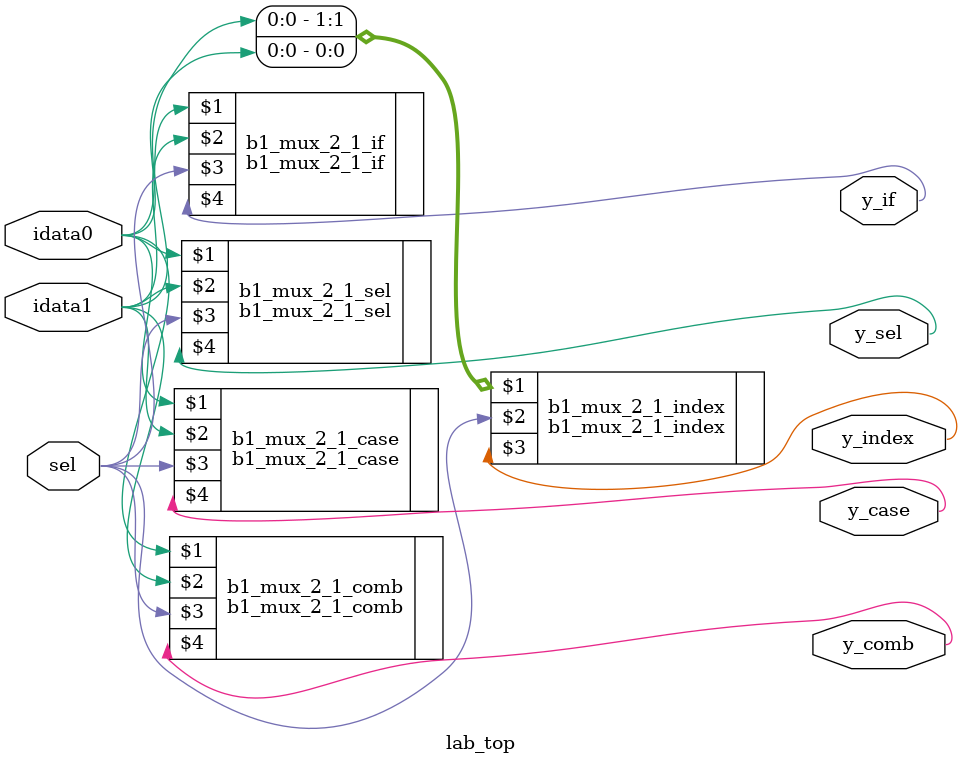
<source format=v>

module lab_top
(
    input   idata0,
    input   idata1,
    input   sel,
    output  y_comb, 
    output  y_sel,  
    output  y_if,   
    output  y_case, 
    output  y_index
);

    b1_mux_2_1_comb  b1_mux_2_1_comb  (   idata0, idata1,   sel, y_comb  );
    b1_mux_2_1_sel   b1_mux_2_1_sel   (   idata0, idata1,   sel, y_sel   );
    b1_mux_2_1_if    b1_mux_2_1_if    (   idata0, idata1,   sel, y_if    );
    b1_mux_2_1_case  b1_mux_2_1_case  (   idata0, idata1,   sel, y_case  );
    b1_mux_2_1_index b1_mux_2_1_index ( { idata1, idata0 }, sel, y_index );

endmodule

</source>
